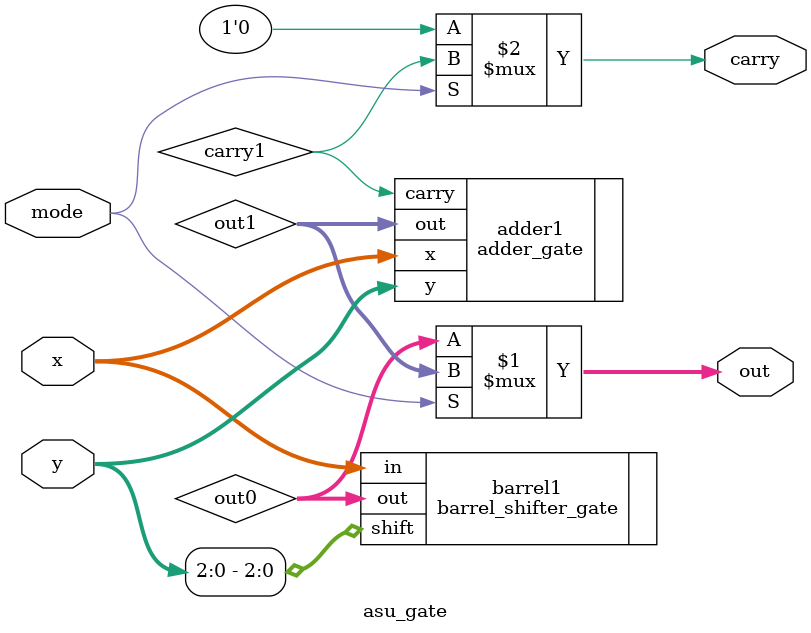
<source format=v>
module asu_gate (x, y, mode, carry, out);
input [7:0] x, y;
input mode;
output carry;
output [7:0] out;
wire [7:0]out0,out1;
wire carry1;

/*Write your code here*/
adder_gate adder1(.x(x), .y(y), .carry(carry1), .out(out1));
barrel_shifter_gate barrel1(.in(x), .shift(y[2:0]), .out(out0));

assign #2.5 out = mode? out1: out0;
assign #2.5 carry = mode? carry1: 1'b0;

/*End of code*/


endmodule
</source>
